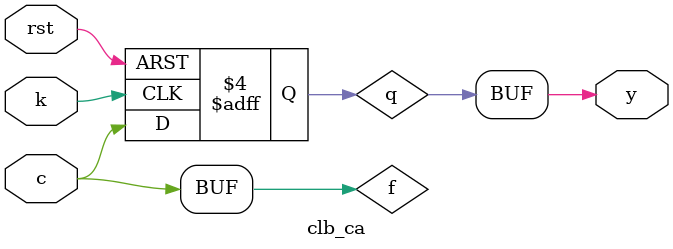
<source format=v>
module clb_ca(
	input c,
	input k,
	input rst,
	output y
);

	wire f;
	reg q;
	
	assign f = c | c;
	
	always @(posedge k, negedge rst) begin
		if (rst == 1'b0) begin
			q <= 1'b0;
		end else begin
			q <= f;
		end
	end
	
	assign y = q;

endmodule

</source>
